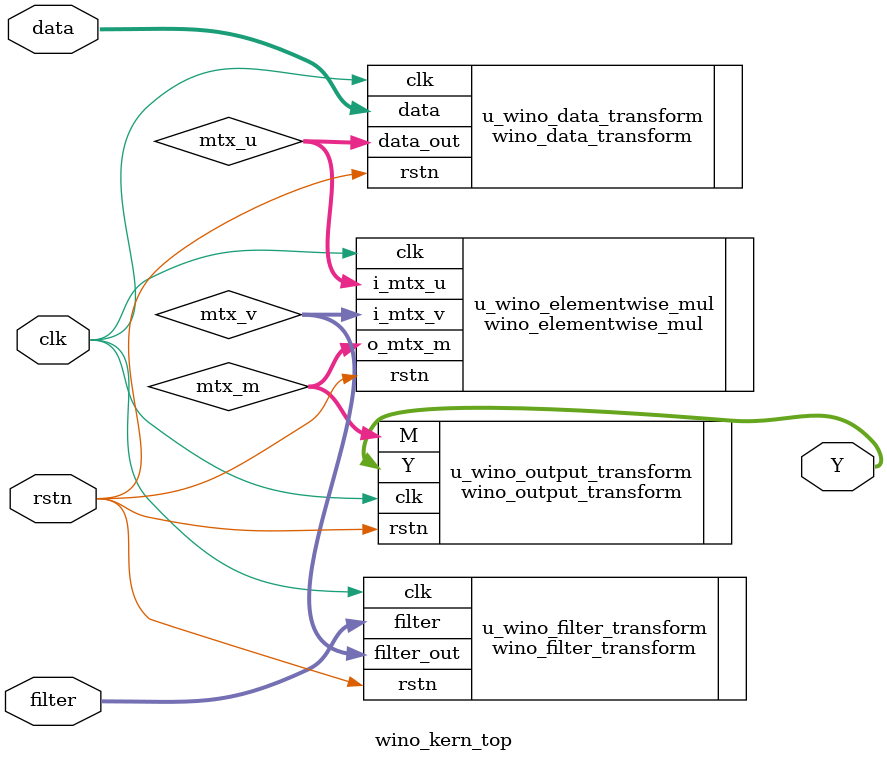
<source format=v>
`timescale 1ns / 1ps

module wino_kern_top #(parameter WI=8, parameter WWI = 12, parameter WWO = 24, parameter WO=32)(
    input clk,
    input rstn,
    input [ 9*WI-1:0] filter,
	input [16*WI-1:0] data,    
    output[ 4*WO-1:0] Y
);

wire [16*WWI-1:0] mtx_u;
wire [16*WWI-1:0] mtx_v;
wire [16*WWO-1:0] mtx_m;

//DUT
wino_filter_transform #(.WI(WI),.WO(WWI)) 
u_wino_filter_transform(
 .clk        (clk   ),
 .rstn       (rstn  ),
 .filter     (filter),
 .filter_out (mtx_v )
);

wino_data_transform #(.WI(WI),.WO(WWI))
u_wino_data_transform(
 .clk        (clk   ),
 .rstn       (rstn  ),
 .data       (data  ),
 .data_out   (mtx_u )
);

wino_elementwise_mul #(.WI(WWI),.WO(WWO))
u_wino_elementwise_mul(
 .clk        (clk   ),
 .rstn       (rstn  ),
 .i_mtx_u    (mtx_u ),
 .i_mtx_v    (mtx_v ),
 .o_mtx_m    (mtx_m )
);

wino_output_transform #(.WI(WWO),.WO(WO))
u_wino_output_transform(
 .clk        (clk   ),
 .rstn       (rstn  ),
 .M          (mtx_m ),
 .Y          (Y     )
);

endmodule


</source>
